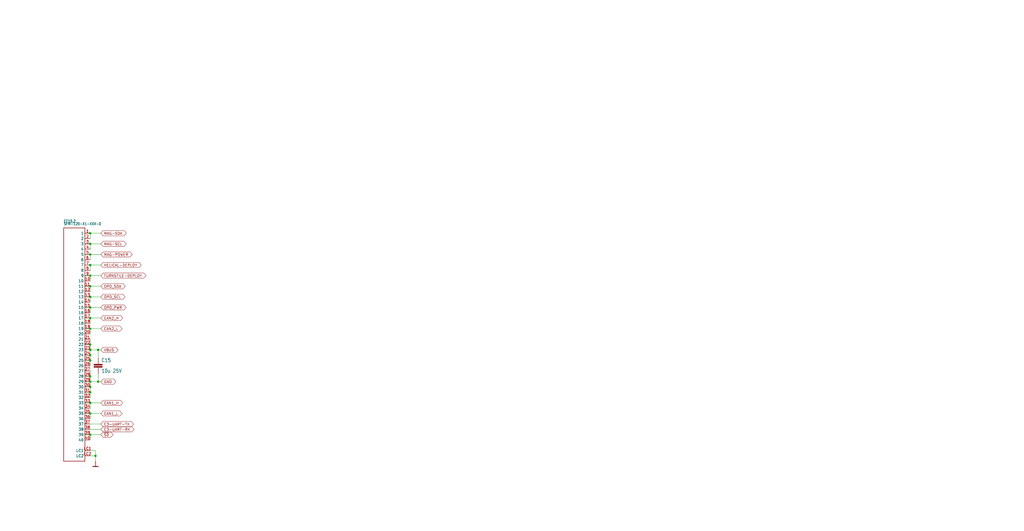
<source format=kicad_sch>
(kicad_sch (version 20211123) (generator eeschema)
  (paper "User" 490.22 254.406)
  (lib_symbols
    (symbol "oresat-backplane-2u-eagle-import:GND" (power)
      (symbol "GND_1_0"
        (polyline (pts (xy -1.27 -2.54) (xy 1.27 -2.54)) (stroke (width 0.4064)))
        (pin power_in line (at 0 0 270) (length 2.54) (name "GND") (number "1"))
      )
    )
    (symbol "oresat-backplane-2u-eagle-import:SFM-120-X1-XXX-D"
      (property "Reference" "J" (at -2.54 50.8 0))
      (property "Value" "SFM-120-X1-XXX-D" (at -2.54 49.53 0))
      (symbol "SFM-120-X1-XXX-D_1_0"
        (polyline (pts (xy -2.54 -63.5) (xy -2.54 48.26)) (stroke (width 0.254)))
        (polyline (pts (xy -2.54 48.26) (xy 7.62 48.26)) (stroke (width 0.254)))
        (polyline (pts (xy 7.62 -63.5) (xy -2.54 -63.5)) (stroke (width 0.254)))
        (polyline (pts (xy 7.62 48.26) (xy 7.62 -63.5)) (stroke (width 0.254)))
        (pin passive line (at 10.16 45.72 180) (length 2.54) (name "1") (number "1"))
        (pin passive line (at 10.16 22.86 180) (length 2.54) (name "10") (number "10"))
        (pin passive line (at 10.16 20.32 180) (length 2.54) (name "11") (number "11"))
        (pin passive line (at 10.16 17.78 180) (length 2.54) (name "12") (number "12"))
        (pin passive line (at 10.16 15.24 180) (length 2.54) (name "13") (number "13"))
        (pin passive line (at 10.16 12.7 180) (length 2.54) (name "14") (number "14"))
        (pin passive line (at 10.16 10.16 180) (length 2.54) (name "15") (number "15"))
        (pin passive line (at 10.16 7.62 180) (length 2.54) (name "16") (number "16"))
        (pin passive line (at 10.16 5.08 180) (length 2.54) (name "17") (number "17"))
        (pin passive line (at 10.16 2.54 180) (length 2.54) (name "18") (number "18"))
        (pin passive line (at 10.16 0 180) (length 2.54) (name "19") (number "19"))
        (pin passive line (at 10.16 43.18 180) (length 2.54) (name "2") (number "2"))
        (pin passive line (at 10.16 -2.54 180) (length 2.54) (name "20") (number "20"))
        (pin passive line (at 10.16 -5.08 180) (length 2.54) (name "21") (number "21"))
        (pin passive line (at 10.16 -7.62 180) (length 2.54) (name "22") (number "22"))
        (pin passive line (at 10.16 -10.16 180) (length 2.54) (name "23") (number "23"))
        (pin passive line (at 10.16 -12.7 180) (length 2.54) (name "24") (number "24"))
        (pin passive line (at 10.16 -15.24 180) (length 2.54) (name "25") (number "25"))
        (pin passive line (at 10.16 -17.78 180) (length 2.54) (name "26") (number "26"))
        (pin passive line (at 10.16 -20.32 180) (length 2.54) (name "27") (number "27"))
        (pin passive line (at 10.16 -22.86 180) (length 2.54) (name "28") (number "28"))
        (pin passive line (at 10.16 -25.4 180) (length 2.54) (name "29") (number "29"))
        (pin passive line (at 10.16 40.64 180) (length 2.54) (name "3") (number "3"))
        (pin passive line (at 10.16 -27.94 180) (length 2.54) (name "30") (number "30"))
        (pin passive line (at 10.16 -30.48 180) (length 2.54) (name "31") (number "31"))
        (pin passive line (at 10.16 -33.02 180) (length 2.54) (name "32") (number "32"))
        (pin passive line (at 10.16 -35.56 180) (length 2.54) (name "33") (number "33"))
        (pin passive line (at 10.16 -38.1 180) (length 2.54) (name "34") (number "34"))
        (pin passive line (at 10.16 -40.64 180) (length 2.54) (name "35") (number "35"))
        (pin passive line (at 10.16 -43.18 180) (length 2.54) (name "36") (number "36"))
        (pin passive line (at 10.16 -45.72 180) (length 2.54) (name "37") (number "37"))
        (pin passive line (at 10.16 -48.26 180) (length 2.54) (name "38") (number "38"))
        (pin passive line (at 10.16 -50.8 180) (length 2.54) (name "39") (number "39"))
        (pin passive line (at 10.16 38.1 180) (length 2.54) (name "4") (number "4"))
        (pin passive line (at 10.16 -53.34 180) (length 2.54) (name "40") (number "40"))
        (pin passive line (at 10.16 35.56 180) (length 2.54) (name "5") (number "5"))
        (pin passive line (at 10.16 33.02 180) (length 2.54) (name "6") (number "6"))
        (pin passive line (at 10.16 30.48 180) (length 2.54) (name "7") (number "7"))
        (pin passive line (at 10.16 27.94 180) (length 2.54) (name "8") (number "8"))
        (pin passive line (at 10.16 25.4 180) (length 2.54) (name "9") (number "9"))
        (pin passive line (at 10.16 -58.42 180) (length 2.54) (name "LC1") (number "LC1"))
        (pin passive line (at 10.16 -60.96 180) (length 2.54) (name "LC2") (number "LC2"))
      )
    )
    (symbol "oresat0-1u-backplane-eagle-import:C-EU1206-B"
      (property "Reference" "C" (at 1.524 0.381 0))
      (property "Value" "C-EU1206-B" (at 1.524 -4.699 0))
      (symbol "C-EU1206-B_1_0"
        (rectangle (start -2.032 -2.032) (end 2.032 -1.524) (fill (type outline)))
        (rectangle (start -2.032 -1.016) (end 2.032 -0.508) (fill (type outline)))
        (polyline (pts (xy 0 -2.54) (xy 0 -2.032)) (stroke (width 0.1524)))
        (polyline (pts (xy 0 0) (xy 0 -0.508)) (stroke (width 0.1524)))
        (pin passive line (at 0 2.54 270) (length 2.54) (name "1") (number "1"))
        (pin passive line (at 0 -5.08 90) (length 2.54) (name "2") (number "2"))
      )
    )
  )
  (junction (at 46.99 167.64))
  (junction (at 43.18 185.42))
  (junction (at 43.18 157.48))
  (junction (at 43.18 167.64))
  (junction (at 43.18 165.1))
  (junction (at 43.18 170.18))
  (junction (at 46.99 182.88))
  (junction (at 43.18 180.34))
  (junction (at 43.18 147.32))
  (junction (at 43.18 142.24))
  (junction (at 43.18 182.88))
  (junction (at 43.18 198.12))
  (junction (at 43.18 132.08))
  (junction (at 43.18 193.04))
  (junction (at 43.18 187.96))
  (junction (at 43.18 121.92))
  (junction (at 43.18 116.84))
  (junction (at 43.18 208.28))
  (junction (at 43.18 137.16))
  (junction (at 43.18 152.4))
  (junction (at 43.18 172.72))
  (junction (at 43.18 127))
  (junction (at 43.18 111.76))
  (junction (at 45.72 218.44))
  (wire (pts (xy 46.99 182.88) (xy 43.18 182.88)))
  (wire (pts (xy 43.18 111.76) (xy 48.26 111.76)))
  (wire (pts (xy 43.18 185.42) (xy 43.18 187.96)))
  (wire (pts (xy 43.18 205.74) (xy 48.26 205.74)))
  (wire (pts (xy 48.26 157.48) (xy 43.18 157.48)))
  (wire (pts (xy 43.18 142.24) (xy 43.18 144.78)))
  (wire (pts (xy 43.18 180.34) (xy 43.18 182.88)))
  (wire (pts (xy 43.18 208.28) (xy 43.18 210.82)))
  (wire (pts (xy 43.18 137.16) (xy 43.18 139.7)))
  (wire (pts (xy 48.26 193.04) (xy 43.18 193.04)))
  (wire (pts (xy 48.26 208.28) (xy 43.18 208.28)))
  (wire (pts (xy 43.18 198.12) (xy 43.18 200.66)))
  (wire (pts (xy 48.26 142.24) (xy 43.18 142.24)))
  (wire (pts (xy 43.18 121.92) (xy 43.18 124.46)))
  (wire (pts (xy 43.18 165.1) (xy 43.18 167.64)))
  (wire (pts (xy 43.18 111.76) (xy 43.18 114.3)))
  (wire (pts (xy 43.18 172.72) (xy 43.18 175.26)))
  (wire (pts (xy 43.18 215.9) (xy 45.72 215.9)))
  (wire (pts (xy 48.26 132.08) (xy 43.18 132.08)))
  (wire (pts (xy 48.26 137.16) (xy 43.18 137.16)))
  (wire (pts (xy 45.72 215.9) (xy 45.72 218.44)))
  (wire (pts (xy 43.18 177.8) (xy 43.18 180.34)))
  (wire (pts (xy 48.26 147.32) (xy 43.18 147.32)))
  (wire (pts (xy 48.26 182.88) (xy 46.99 182.88)))
  (wire (pts (xy 46.99 167.64) (xy 46.99 171.45)))
  (wire (pts (xy 45.72 218.44) (xy 45.72 220.98)))
  (wire (pts (xy 43.18 152.4) (xy 48.26 152.4)))
  (wire (pts (xy 48.26 203.2) (xy 43.18 203.2)))
  (wire (pts (xy 43.18 127) (xy 48.26 127)))
  (wire (pts (xy 43.18 152.4) (xy 43.18 154.94)))
  (wire (pts (xy 43.18 116.84) (xy 48.26 116.84)))
  (wire (pts (xy 43.18 127) (xy 43.18 129.54)))
  (wire (pts (xy 43.18 132.08) (xy 43.18 134.62)))
  (wire (pts (xy 43.18 147.32) (xy 43.18 149.86)))
  (wire (pts (xy 43.18 116.84) (xy 43.18 119.38)))
  (wire (pts (xy 43.18 157.48) (xy 43.18 160.02)))
  (wire (pts (xy 48.26 167.64) (xy 46.99 167.64)))
  (wire (pts (xy 43.18 187.96) (xy 43.18 190.5)))
  (wire (pts (xy 48.26 198.12) (xy 43.18 198.12)))
  (wire (pts (xy 46.99 179.07) (xy 46.99 182.88)))
  (wire (pts (xy 43.18 162.56) (xy 43.18 165.1)))
  (wire (pts (xy 46.99 167.64) (xy 43.18 167.64)))
  (wire (pts (xy 43.18 218.44) (xy 45.72 218.44)))
  (wire (pts (xy 43.18 121.92) (xy 48.26 121.92)))
  (wire (pts (xy 43.18 170.18) (xy 43.18 172.72)))
  (wire (pts (xy 43.18 182.88) (xy 43.18 185.42)))
  (wire (pts (xy 43.18 193.04) (xy 43.18 195.58)))
  (wire (pts (xy 43.18 167.64) (xy 43.18 170.18)))
  (global_label "CAN2_L" (shape bidirectional) (at 48.26 157.48 0) (effects (font (size 1.2446 1.2446))) (property "Intersheet References" "${INTERSHEET_REFS}" (effects hide)))
  (global_label "CAN2_H" (shape bidirectional) (at 48.26 152.4 0) (effects (font (size 1.2446 1.2446))) (property "Intersheet References" "${INTERSHEET_REFS}" (effects hide)))
  (global_label "C3-UART-TX" (shape bidirectional) (at 48.26 203.2 0) (effects (font (size 1.2446 1.2446))) (property "Intersheet References" "${INTERSHEET_REFS}" (effects hide)))
  (global_label "CAN1_H" (shape bidirectional) (at 48.26 193.04 0) (effects (font (size 1.2446 1.2446))) (property "Intersheet References" "${INTERSHEET_REFS}" (effects hide)))
  (global_label "MAG-SCL" (shape bidirectional) (at 48.26 116.84 0) (effects (font (size 1.2446 1.2446))) (property "Intersheet References" "${INTERSHEET_REFS}" (effects hide)))
  (global_label "VBUS" (shape bidirectional) (at 48.26 167.64 0) (effects (font (size 1.2446 1.2446))) (property "Intersheet References" "${INTERSHEET_REFS}" (effects hide)))
  (global_label "C3-UART-RX" (shape bidirectional) (at 48.26 205.74 0) (effects (font (size 1.2446 1.2446))) (property "Intersheet References" "${INTERSHEET_REFS}" (effects hide)))
  (global_label "MAG-SDA" (shape bidirectional) (at 48.26 111.76 0) (effects (font (size 1.2446 1.2446))) (property "Intersheet References" "${INTERSHEET_REFS}" (effects hide)))
  (global_label "HELICAL-DEPLOY" (shape bidirectional) (at 48.26 127 0) (effects (font (size 1.2446 1.2446))) (property "Intersheet References" "${INTERSHEET_REFS}" (effects hide)))
  (global_label "~{SD}" (shape bidirectional) (at 48.26 208.28 0) (effects (font (size 1.2446 1.2446))) (property "Intersheet References" "${INTERSHEET_REFS}" (effects hide)))
  (global_label "OPD_SDA" (shape bidirectional) (at 48.26 137.16 0) (effects (font (size 1.2446 1.2446))) (property "Intersheet References" "${INTERSHEET_REFS}" (effects hide)))
  (global_label "OPD_PWR" (shape bidirectional) (at 48.26 147.32 0) (effects (font (size 1.2446 1.2446))) (property "Intersheet References" "${INTERSHEET_REFS}" (effects hide)))
  (global_label "MAG-POWER" (shape bidirectional) (at 48.26 121.92 0) (effects (font (size 1.2446 1.2446))) (property "Intersheet References" "${INTERSHEET_REFS}" (effects hide)))
  (global_label "OPD_SCL" (shape bidirectional) (at 48.26 142.24 0) (effects (font (size 1.2446 1.2446))) (property "Intersheet References" "${INTERSHEET_REFS}" (effects hide)))
  (global_label "GND" (shape bidirectional) (at 48.26 182.88 0) (effects (font (size 1.2446 1.2446))) (property "Intersheet References" "${INTERSHEET_REFS}" (effects hide)))
  (global_label "TURNSTILE-DEPLOY" (shape bidirectional) (at 48.26 132.08 0) (effects (font (size 1.2446 1.2446))) (property "Intersheet References" "${INTERSHEET_REFS}" (effects hide)))
  (global_label "CAN1_L" (shape bidirectional) (at 48.26 198.12 0) (effects (font (size 1.2446 1.2446))) (property "Intersheet References" "${INTERSHEET_REFS}" (effects hide)))
  (symbol (lib_id "oresat0-1u-backplane-eagle-import:C-EU1206-B") (at 46.99 173.99 0) (unit 1)
    (property "Reference" "C15" (at 48.514 173.609 0) (effects (font (size 1.778 1.5113)) (justify left bottom)))
    (property "Value" "10u 25V" (at 48.514 178.689 0) (effects (font (size 1.778 1.5113)) (justify left bottom)))
    (property "Footprint" "Capacitor_SMD:C_1206_3216Metric" (effects hide))
  )
  (symbol (lib_id "oresat-backplane-2u-eagle-import:GND") (at 45.72 220.98 0) (unit 1)
    (property "Reference" "#GND0114" (effects hide))
    (property "Value" "GND" (effects hide))
    (property "Footprint" "oresat-backplane-2u:" (effects hide))
  )
  (symbol (lib_id "oresat-backplane-2u-eagle-import:SFM-120-X1-XXX-D") (at 33.02 157.48 0) (unit 1)
    (property "Reference" "CF15.2" (at 30.48 106.68 0) (effects (font (size 1.27 1.0795)) (justify left bottom)))
    (property "Value" "SFM-120-X1-XXX-D" (at 30.48 107.95 0) (effects (font (size 1.27 1.0795)) (justify left bottom)))
    (property "Footprint" "oresat-connectors:J-SAMTEC-SFM-120-X1-XXX-D" (effects hide))
  )
)
</source>
